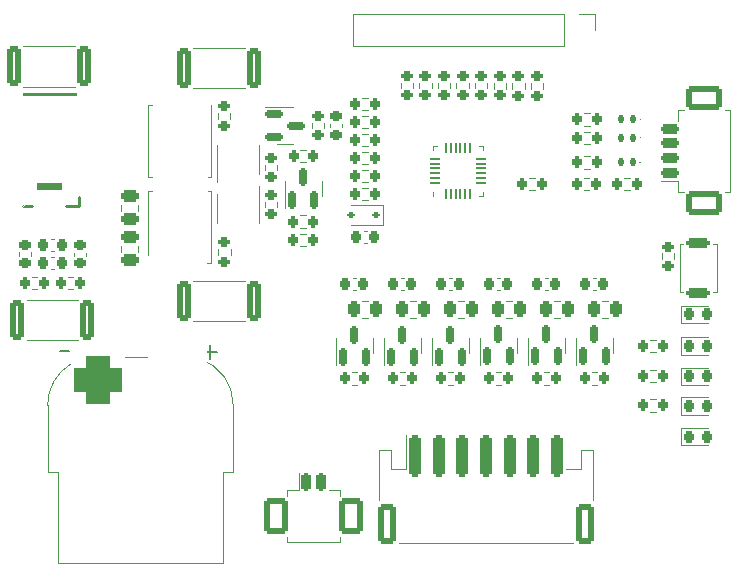
<source format=gbr>
%TF.GenerationSoftware,KiCad,Pcbnew,7.0.5*%
%TF.CreationDate,2023-06-27T23:48:29+08:00*%
%TF.ProjectId,BQ40Z80,42513430-5a38-4302-9e6b-696361645f70,rev?*%
%TF.SameCoordinates,Original*%
%TF.FileFunction,Legend,Top*%
%TF.FilePolarity,Positive*%
%FSLAX46Y46*%
G04 Gerber Fmt 4.6, Leading zero omitted, Abs format (unit mm)*
G04 Created by KiCad (PCBNEW 7.0.5) date 2023-06-27 23:48:29*
%MOMM*%
%LPD*%
G01*
G04 APERTURE LIST*
G04 Aperture macros list*
%AMRoundRect*
0 Rectangle with rounded corners*
0 $1 Rounding radius*
0 $2 $3 $4 $5 $6 $7 $8 $9 X,Y pos of 4 corners*
0 Add a 4 corners polygon primitive as box body*
4,1,4,$2,$3,$4,$5,$6,$7,$8,$9,$2,$3,0*
0 Add four circle primitives for the rounded corners*
1,1,$1+$1,$2,$3*
1,1,$1+$1,$4,$5*
1,1,$1+$1,$6,$7*
1,1,$1+$1,$8,$9*
0 Add four rect primitives between the rounded corners*
20,1,$1+$1,$2,$3,$4,$5,0*
20,1,$1+$1,$4,$5,$6,$7,0*
20,1,$1+$1,$6,$7,$8,$9,0*
20,1,$1+$1,$8,$9,$2,$3,0*%
%AMFreePoly0*
4,1,17,2.675000,1.605000,1.875000,1.605000,1.875000,0.935000,2.675000,0.935000,2.675000,0.335000,1.875000,0.335000,1.875000,-0.335000,2.675000,-0.335000,2.675000,-0.935000,1.875000,-0.935000,1.875000,-1.605000,2.675000,-1.605000,2.675000,-2.205000,-1.875000,-2.205000,-1.875000,2.205000,2.675000,2.205000,2.675000,1.605000,2.675000,1.605000,$1*%
%AMFreePoly1*
4,1,14,0.314644,0.085355,0.385355,0.014644,0.400000,-0.020711,0.400000,-0.050000,0.385355,-0.085355,0.350000,-0.100000,-0.350000,-0.100000,-0.385355,-0.085355,-0.400000,-0.050000,-0.400000,0.050000,-0.385355,0.085355,-0.350000,0.100000,0.279289,0.100000,0.314644,0.085355,0.314644,0.085355,$1*%
%AMFreePoly2*
4,1,14,0.385355,0.085355,0.400000,0.050000,0.400000,0.020711,0.385355,-0.014645,0.314644,-0.085355,0.279289,-0.100000,-0.350000,-0.100000,-0.385355,-0.085355,-0.400000,-0.050000,-0.400000,0.050000,-0.385355,0.085355,-0.350000,0.100000,0.350000,0.100000,0.385355,0.085355,0.385355,0.085355,$1*%
%AMFreePoly3*
4,1,14,0.085355,0.385355,0.100000,0.350000,0.100000,-0.350000,0.085355,-0.385355,0.050000,-0.400000,-0.050000,-0.400000,-0.085355,-0.385355,-0.100000,-0.350000,-0.100000,0.279289,-0.085355,0.314644,-0.014645,0.385355,0.020711,0.400000,0.050000,0.400000,0.085355,0.385355,0.085355,0.385355,$1*%
%AMFreePoly4*
4,1,14,0.014644,0.385355,0.085355,0.314644,0.100000,0.279289,0.100000,-0.350000,0.085355,-0.385355,0.050000,-0.400000,-0.050000,-0.400000,-0.085355,-0.385355,-0.100000,-0.350000,-0.100000,0.350000,-0.085355,0.385355,-0.050000,0.400000,-0.020711,0.400000,0.014644,0.385355,0.014644,0.385355,$1*%
%AMFreePoly5*
4,1,14,0.385355,0.085355,0.400000,0.050000,0.400000,-0.050000,0.385355,-0.085355,0.350000,-0.100000,-0.279289,-0.100000,-0.314645,-0.085355,-0.385355,-0.014644,-0.400000,0.020711,-0.400000,0.050000,-0.385355,0.085355,-0.350000,0.100000,0.350000,0.100000,0.385355,0.085355,0.385355,0.085355,$1*%
%AMFreePoly6*
4,1,14,0.385355,0.085355,0.400000,0.050000,0.400000,-0.050000,0.385355,-0.085355,0.350000,-0.100000,-0.350000,-0.100000,-0.385355,-0.085355,-0.400000,-0.050000,-0.400000,-0.020711,-0.385355,0.014644,-0.314645,0.085355,-0.279289,0.100000,0.350000,0.100000,0.385355,0.085355,0.385355,0.085355,$1*%
%AMFreePoly7*
4,1,14,0.085355,0.385355,0.100000,0.350000,0.100000,-0.279289,0.085355,-0.314645,0.014644,-0.385355,-0.020711,-0.400000,-0.050000,-0.400000,-0.085355,-0.385355,-0.100000,-0.350000,-0.100000,0.350000,-0.085355,0.385355,-0.050000,0.400000,0.050000,0.400000,0.085355,0.385355,0.085355,0.385355,$1*%
%AMFreePoly8*
4,1,14,0.085355,0.385355,0.100000,0.350000,0.100000,-0.350000,0.085355,-0.385355,0.050000,-0.400000,0.020711,-0.400000,-0.014645,-0.385355,-0.085355,-0.314644,-0.100000,-0.279289,-0.100000,0.350000,-0.085355,0.385355,-0.050000,0.400000,0.050000,0.400000,0.085355,0.385355,0.085355,0.385355,$1*%
%AMFreePoly9*
4,1,17,1.371000,0.720000,0.950000,0.720000,0.950000,0.580000,1.370000,0.580000,1.370000,0.080000,0.950000,0.080000,0.950000,-0.080000,1.370000,-0.080000,1.370000,-0.580000,0.950000,-0.580000,0.950000,-0.720000,1.370000,-0.720000,1.370000,-1.225000,-0.950000,-1.225000,-0.950000,1.225000,1.371000,1.225000,1.371000,0.720000,1.371000,0.720000,$1*%
%AMFreePoly10*
4,1,13,3.742426,0.742426,3.760000,0.700000,3.760000,-0.700000,3.742426,-0.742426,3.700000,-0.760000,-3.700000,-0.760000,-3.742426,-0.742426,-3.760000,-0.700000,-3.760000,0.700000,-3.742426,0.742426,-3.700000,0.760000,3.700000,0.760000,3.742426,0.742426,3.742426,0.742426,$1*%
%AMFreePoly11*
4,1,27,-0.306292,1.552250,-0.286916,1.546364,1.113084,0.396364,1.114550,0.393617,1.117426,0.392426,1.125176,0.373715,1.134713,0.355854,1.133808,0.352876,1.135000,0.350000,1.135000,-0.350000,1.133808,-0.352876,1.134713,-0.355854,1.125176,-0.373715,1.117426,-0.392426,1.114550,-0.393617,1.113084,-0.396364,-0.286916,-1.546364,-0.306292,-1.552250,-0.325000,-1.560000,-1.075000,-1.560000,
-1.117426,-1.542426,-1.135000,-1.500000,-1.135000,1.500000,-1.117426,1.542426,-1.075000,1.560000,-0.325000,1.560000,-0.306292,1.552250,-0.306292,1.552250,$1*%
G04 Aperture macros list end*
%ADD10C,0.150000*%
%ADD11C,0.120000*%
%ADD12C,0.100000*%
%ADD13C,0.254000*%
%ADD14C,0.000000*%
%ADD15RoundRect,0.200000X0.275000X-0.200000X0.275000X0.200000X-0.275000X0.200000X-0.275000X-0.200000X0*%
%ADD16R,6.000000X14.000000*%
%ADD17RoundRect,0.200000X0.200000X0.275000X-0.200000X0.275000X-0.200000X-0.275000X0.200000X-0.275000X0*%
%ADD18RoundRect,0.250000X-0.362500X-1.425000X0.362500X-1.425000X0.362500X1.425000X-0.362500X1.425000X0*%
%ADD19RoundRect,0.200000X-0.275000X0.200000X-0.275000X-0.200000X0.275000X-0.200000X0.275000X0.200000X0*%
%ADD20RoundRect,0.250000X-0.262500X-0.450000X0.262500X-0.450000X0.262500X0.450000X-0.262500X0.450000X0*%
%ADD21RoundRect,0.218750X-0.218750X-0.256250X0.218750X-0.256250X0.218750X0.256250X-0.218750X0.256250X0*%
%ADD22RoundRect,0.225000X-0.225000X-0.250000X0.225000X-0.250000X0.225000X0.250000X-0.225000X0.250000X0*%
%ADD23RoundRect,0.200000X0.600000X-0.200000X0.600000X0.200000X-0.600000X0.200000X-0.600000X-0.200000X0*%
%ADD24RoundRect,0.250001X1.249999X-0.799999X1.249999X0.799999X-1.249999X0.799999X-1.249999X-0.799999X0*%
%ADD25RoundRect,0.200000X-0.200000X-0.275000X0.200000X-0.275000X0.200000X0.275000X-0.200000X0.275000X0*%
%ADD26R,0.900000X2.000000*%
%ADD27RoundRect,1.025000X1.025000X1.025000X-1.025000X1.025000X-1.025000X-1.025000X1.025000X-1.025000X0*%
%ADD28C,4.100000*%
%ADD29RoundRect,0.147500X0.147500X0.172500X-0.147500X0.172500X-0.147500X-0.172500X0.147500X-0.172500X0*%
%ADD30RoundRect,0.225000X0.225000X0.250000X-0.225000X0.250000X-0.225000X-0.250000X0.225000X-0.250000X0*%
%ADD31RoundRect,0.150000X0.150000X-0.587500X0.150000X0.587500X-0.150000X0.587500X-0.150000X-0.587500X0*%
%ADD32FreePoly0,90.000000*%
%ADD33R,0.500000X0.850000*%
%ADD34FreePoly1,90.000000*%
%ADD35RoundRect,0.050000X0.050000X-0.350000X0.050000X0.350000X-0.050000X0.350000X-0.050000X-0.350000X0*%
%ADD36FreePoly2,90.000000*%
%ADD37FreePoly3,90.000000*%
%ADD38RoundRect,0.050000X0.350000X-0.050000X0.350000X0.050000X-0.350000X0.050000X-0.350000X-0.050000X0*%
%ADD39FreePoly4,90.000000*%
%ADD40FreePoly5,90.000000*%
%ADD41FreePoly6,90.000000*%
%ADD42FreePoly7,90.000000*%
%ADD43FreePoly8,90.000000*%
%ADD44R,2.650000X2.650000*%
%ADD45FreePoly0,270.000000*%
%ADD46RoundRect,0.200000X-0.800000X0.200000X-0.800000X-0.200000X0.800000X-0.200000X0.800000X0.200000X0*%
%ADD47R,0.500000X0.630000*%
%ADD48FreePoly9,90.000000*%
%ADD49RoundRect,0.200000X-0.200000X-0.600000X0.200000X-0.600000X0.200000X0.600000X-0.200000X0.600000X0*%
%ADD50RoundRect,0.250001X-0.799999X-1.249999X0.799999X-1.249999X0.799999X1.249999X-0.799999X1.249999X0*%
%ADD51R,1.700000X1.700000*%
%ADD52O,1.700000X1.700000*%
%ADD53FreePoly10,90.000000*%
%ADD54FreePoly11,90.000000*%
%ADD55RoundRect,0.112500X0.187500X0.112500X-0.187500X0.112500X-0.187500X-0.112500X0.187500X-0.112500X0*%
%ADD56RoundRect,0.225000X0.250000X-0.225000X0.250000X0.225000X-0.250000X0.225000X-0.250000X-0.225000X0*%
%ADD57RoundRect,0.250000X-0.475000X0.250000X-0.475000X-0.250000X0.475000X-0.250000X0.475000X0.250000X0*%
%ADD58FreePoly9,270.000000*%
%ADD59RoundRect,0.250000X-0.250000X-1.500000X0.250000X-1.500000X0.250000X1.500000X-0.250000X1.500000X0*%
%ADD60RoundRect,0.250001X-0.499999X-1.449999X0.499999X-1.449999X0.499999X1.449999X-0.499999X1.449999X0*%
%ADD61RoundRect,0.150000X-0.587500X-0.150000X0.587500X-0.150000X0.587500X0.150000X-0.587500X0.150000X0*%
%ADD62RoundRect,0.225000X-0.250000X0.225000X-0.250000X-0.225000X0.250000X-0.225000X0.250000X0.225000X0*%
%ADD63RoundRect,0.250000X0.362500X1.425000X-0.362500X1.425000X-0.362500X-1.425000X0.362500X-1.425000X0*%
G04 APERTURE END LIST*
D10*
%TO.C,J5*%
X124175171Y-129343900D02*
X125318029Y-129343900D01*
X124746600Y-129915328D02*
X124746600Y-128772471D01*
X112065648Y-129303066D02*
X112827553Y-129303066D01*
D11*
%TO.C,R31*%
X140879300Y-107044258D02*
X140879300Y-106569742D01*
X141924300Y-107044258D02*
X141924300Y-106569742D01*
%TO.C,R28*%
X132865858Y-118840300D02*
X132391342Y-118840300D01*
X132865858Y-117795300D02*
X132391342Y-117795300D01*
%TO.C,R24*%
X109218036Y-124934400D02*
X113572164Y-124934400D01*
X109218036Y-128354400D02*
X113572164Y-128354400D01*
%TO.C,R14*%
X134380500Y-109934742D02*
X134380500Y-110409258D01*
X133335500Y-109934742D02*
X133335500Y-110409258D01*
%TO.C,R13*%
X108947936Y-103471400D02*
X113302064Y-103471400D01*
X108947936Y-106891400D02*
X113302064Y-106891400D01*
%TO.C,R2*%
X141710036Y-125016600D02*
X142164164Y-125016600D01*
X141710036Y-126486600D02*
X142164164Y-126486600D01*
%TO.C,D9*%
X164580300Y-135789200D02*
X164580300Y-137259200D01*
X164580300Y-137259200D02*
X166865300Y-137259200D01*
X166865300Y-135789200D02*
X164580300Y-135789200D01*
%TO.C,C12*%
X111263820Y-119809800D02*
X111544980Y-119809800D01*
X111263820Y-120829800D02*
X111544980Y-120829800D01*
%TO.C,J2*%
X164380600Y-115803800D02*
X164380600Y-114853800D01*
X164830600Y-115803800D02*
X164380600Y-115803800D01*
X168350600Y-115803800D02*
X168800600Y-115803800D01*
X168800600Y-115803800D02*
X168800600Y-108833800D01*
X164380600Y-114853800D02*
X162890600Y-114853800D01*
X164380600Y-108833800D02*
X164380600Y-109783800D01*
X164830600Y-108833800D02*
X164380600Y-108833800D01*
X168800600Y-108833800D02*
X168350600Y-108833800D01*
%TO.C,TH1*%
X151781742Y-114641100D02*
X152256258Y-114641100D01*
X151781742Y-115686100D02*
X152256258Y-115686100D01*
%TO.C,C4*%
X149012020Y-123057200D02*
X149293180Y-123057200D01*
X149012020Y-124077200D02*
X149293180Y-124077200D01*
%TO.C,R21*%
X137633942Y-109383300D02*
X138108458Y-109383300D01*
X137633942Y-110428300D02*
X138108458Y-110428300D01*
%TO.C,R46*%
X164022300Y-121022342D02*
X164022300Y-121496858D01*
X162977300Y-121022342D02*
X162977300Y-121496858D01*
%TO.C,J5*%
X126706600Y-139489200D02*
X126706600Y-133879200D01*
X126706600Y-139489200D02*
X125856600Y-139489200D01*
X125856600Y-147189200D02*
X125856600Y-139489200D01*
X125856600Y-147189200D02*
X111836600Y-147189200D01*
X121296600Y-129769200D02*
X117556600Y-129769200D01*
X111836600Y-147189200D02*
X111836600Y-139489200D01*
X111836600Y-139489200D02*
X110986600Y-139489200D01*
X110986600Y-139489200D02*
X110986600Y-133879200D01*
X126706599Y-133879200D02*
G75*
G03*
X123836500Y-129920482I-4109997J40002D01*
G01*
X112979794Y-130356242D02*
G75*
G03*
X110986600Y-133879200I2116806J-3522958D01*
G01*
D12*
%TO.C,D3*%
X161185400Y-111226600D02*
G75*
G03*
X161185400Y-111226600I-50000J0D01*
G01*
D11*
%TO.C,R16*%
X126455700Y-109160542D02*
X126455700Y-109635058D01*
X125410700Y-109160542D02*
X125410700Y-109635058D01*
%TO.C,R23*%
X130418100Y-116625742D02*
X130418100Y-117100258D01*
X129373100Y-116625742D02*
X129373100Y-117100258D01*
%TO.C,C6*%
X157140020Y-123057200D02*
X157421180Y-123057200D01*
X157140020Y-124077200D02*
X157421180Y-124077200D01*
%TO.C,C3*%
X144948020Y-123057200D02*
X145229180Y-123057200D01*
X144948020Y-124077200D02*
X145229180Y-124077200D01*
%TO.C,R1*%
X137647936Y-125016600D02*
X138102064Y-125016600D01*
X137647936Y-126486600D02*
X138102064Y-126486600D01*
D12*
%TO.C,D2*%
X161185400Y-113284000D02*
G75*
G03*
X161185400Y-113284000I-50000J0D01*
G01*
D11*
%TO.C,C13*%
X111263820Y-121333800D02*
X111544980Y-121333800D01*
X111263820Y-122353800D02*
X111544980Y-122353800D01*
%TO.C,C8*%
X138024780Y-120118600D02*
X137743620Y-120118600D01*
X138024780Y-119098600D02*
X137743620Y-119098600D01*
%TO.C,Q11*%
X131068600Y-115521500D02*
X131068600Y-117196500D01*
X131068600Y-115521500D02*
X131068600Y-114871500D01*
X134188600Y-115521500D02*
X134188600Y-116171500D01*
X134188600Y-115521500D02*
X134188600Y-114871500D01*
D12*
%TO.C,D4*%
X161185400Y-109651800D02*
G75*
G03*
X161185400Y-109651800I-50000J0D01*
G01*
D11*
%TO.C,R42*%
X156404542Y-109154700D02*
X156879058Y-109154700D01*
X156404542Y-110199700D02*
X156879058Y-110199700D01*
%TO.C,Q2*%
X139464600Y-128825000D02*
X139464600Y-130500000D01*
X139464600Y-128825000D02*
X139464600Y-128175000D01*
X142584600Y-128825000D02*
X142584600Y-129475000D01*
X142584600Y-128825000D02*
X142584600Y-128175000D01*
%TO.C,R5*%
X153903936Y-125016600D02*
X154358064Y-125016600D01*
X153903936Y-126486600D02*
X154358064Y-126486600D01*
%TO.C,Q12*%
X124509000Y-121839800D02*
X124859000Y-121839800D01*
X119489000Y-115719800D02*
X119489000Y-121839800D01*
X119789000Y-115719800D02*
X119489000Y-115719800D01*
X124559000Y-115719800D02*
X124859000Y-115719800D01*
X124859000Y-115719800D02*
X124859000Y-121839800D01*
%TO.C,Q4*%
X147592600Y-128799600D02*
X147592600Y-130474600D01*
X147592600Y-128799600D02*
X147592600Y-128149600D01*
X150712600Y-128799600D02*
X150712600Y-129449600D01*
X150712600Y-128799600D02*
X150712600Y-128149600D01*
%TO.C,U1*%
X147854800Y-116130200D02*
X147504800Y-116130200D01*
X143634800Y-115780200D02*
X143634800Y-116130200D01*
X147854800Y-115780200D02*
X147854800Y-116130200D01*
X143634800Y-112260200D02*
X143634800Y-111910200D01*
X147854800Y-112260200D02*
X147854800Y-111910200D01*
X143634800Y-111910200D02*
X143984800Y-111910200D01*
X147854800Y-111910200D02*
X147504800Y-111910200D01*
%TO.C,R47*%
X132865858Y-120415100D02*
X132391342Y-120415100D01*
X132865858Y-119370100D02*
X132391342Y-119370100D01*
%TO.C,R26*%
X112677942Y-122997700D02*
X113152458Y-122997700D01*
X112677942Y-124042700D02*
X113152458Y-124042700D01*
%TO.C,Q8*%
X119839000Y-108446000D02*
X119489000Y-108446000D01*
X124859000Y-114566000D02*
X124859000Y-108446000D01*
X124559000Y-114566000D02*
X124859000Y-114566000D01*
X119789000Y-114566000D02*
X119489000Y-114566000D01*
X119489000Y-114566000D02*
X119489000Y-108446000D01*
%TO.C,D8*%
X164580300Y-133199200D02*
X164580300Y-134669200D01*
X164580300Y-134669200D02*
X166865300Y-134669200D01*
X166865300Y-133199200D02*
X164580300Y-133199200D01*
%TO.C,Q1*%
X135400600Y-128825000D02*
X135400600Y-130500000D01*
X135400600Y-128825000D02*
X135400600Y-128175000D01*
X138520600Y-128825000D02*
X138520600Y-129475000D01*
X138520600Y-128825000D02*
X138520600Y-128175000D01*
%TO.C,R15*%
X137633942Y-107859300D02*
X138108458Y-107859300D01*
X137633942Y-108904300D02*
X138108458Y-108904300D01*
%TO.C,SW1*%
X167660600Y-120180200D02*
X167660600Y-124320200D01*
X167360600Y-120180200D02*
X167660600Y-120180200D01*
X164520600Y-120180200D02*
X164820600Y-120180200D01*
X167660600Y-124320200D02*
X167360600Y-124320200D01*
X164820600Y-124320200D02*
X164520600Y-124320200D01*
X164520600Y-124320200D02*
X164520600Y-120180200D01*
%TO.C,R30*%
X125436100Y-121141258D02*
X125436100Y-120666742D01*
X126481100Y-121141258D02*
X126481100Y-120666742D01*
%TO.C,R38*%
X159808142Y-114641100D02*
X160282658Y-114641100D01*
X159808142Y-115686100D02*
X160282658Y-115686100D01*
%TO.C,Q9*%
X125302000Y-114967000D02*
X125302000Y-111837000D01*
X128902000Y-114297000D02*
X128902000Y-111837000D01*
%TO.C,J1*%
X131292800Y-141063400D02*
X132242800Y-141063400D01*
X131292800Y-141513400D02*
X131292800Y-141063400D01*
X131292800Y-145033400D02*
X131292800Y-145483400D01*
X131292800Y-145483400D02*
X135762800Y-145483400D01*
X132242800Y-141063400D02*
X132242800Y-139573400D01*
X135762800Y-141063400D02*
X134812800Y-141063400D01*
X135762800Y-141513400D02*
X135762800Y-141063400D01*
X135762800Y-145483400D02*
X135762800Y-145033400D01*
%TO.C,C5*%
X153076020Y-123057200D02*
X153357180Y-123057200D01*
X153076020Y-124077200D02*
X153357180Y-124077200D01*
%TO.C,R41*%
X156404542Y-110729500D02*
X156879058Y-110729500D01*
X156404542Y-111774500D02*
X156879058Y-111774500D01*
%TO.C,R40*%
X151902900Y-107070658D02*
X151902900Y-106596142D01*
X152947900Y-107070658D02*
X152947900Y-106596142D01*
%TO.C,R10*%
X149389858Y-132116100D02*
X148915342Y-132116100D01*
X149389858Y-131071100D02*
X148915342Y-131071100D01*
%TO.C,R8*%
X141261858Y-132116100D02*
X140787342Y-132116100D01*
X141261858Y-131071100D02*
X140787342Y-131071100D01*
%TO.C,R49*%
X137633942Y-110907300D02*
X138108458Y-110907300D01*
X137633942Y-111952300D02*
X138108458Y-111952300D01*
%TO.C,D7*%
X164580200Y-130684600D02*
X164580200Y-132154600D01*
X164580200Y-132154600D02*
X166865200Y-132154600D01*
X166865200Y-130684600D02*
X164580200Y-130684600D01*
%TO.C,R25*%
X132876058Y-113273100D02*
X132401542Y-113273100D01*
X132876058Y-112228100D02*
X132401542Y-112228100D01*
%TO.C,J4*%
X157311400Y-100778000D02*
X157311400Y-102108000D01*
X155981400Y-100778000D02*
X157311400Y-100778000D01*
X154711400Y-100778000D02*
X136871400Y-100778000D01*
X154711400Y-100778000D02*
X154711400Y-103438000D01*
X136871400Y-100778000D02*
X136871400Y-103438000D01*
X154711400Y-103438000D02*
X136871400Y-103438000D01*
D13*
%TO.C,F1*%
X108632400Y-117019400D02*
X108632400Y-116200400D01*
X109703400Y-117019400D02*
X108632400Y-117019400D01*
X113632400Y-117019400D02*
X112561400Y-117019400D01*
X113632400Y-116200400D02*
X113632400Y-117019400D01*
X108632400Y-108337400D02*
X108632400Y-107519400D01*
X108632400Y-107519400D02*
X113632400Y-107519400D01*
X113632400Y-107519400D02*
X113632400Y-108337400D01*
D11*
X112132400Y-115169400D02*
X112132400Y-115569400D01*
X110132400Y-115569400D01*
X110132400Y-115069400D01*
X112132400Y-115069400D01*
X112132400Y-115169400D01*
G36*
X112132400Y-115169400D02*
G01*
X112132400Y-115569400D01*
X110132400Y-115569400D01*
X110132400Y-115069400D01*
X112132400Y-115069400D01*
X112132400Y-115169400D01*
G37*
%TO.C,R36*%
X147178500Y-107032058D02*
X147178500Y-106557542D01*
X148223500Y-107032058D02*
X148223500Y-106557542D01*
%TO.C,D1*%
X139371000Y-118629800D02*
X139371000Y-116929800D01*
X139371000Y-118629800D02*
X136711000Y-118629800D01*
X139371000Y-116929800D02*
X136711000Y-116929800D01*
%TO.C,R33*%
X144028900Y-107044258D02*
X144028900Y-106569742D01*
X145073900Y-107044258D02*
X145073900Y-106569742D01*
%TO.C,R45*%
X162031142Y-133356300D02*
X162505658Y-133356300D01*
X162031142Y-134401300D02*
X162505658Y-134401300D01*
%TO.C,C2*%
X140884020Y-123057200D02*
X141165180Y-123057200D01*
X140884020Y-124077200D02*
X141165180Y-124077200D01*
%TO.C,R11*%
X153453858Y-132116100D02*
X152979342Y-132116100D01*
X153453858Y-131071100D02*
X152979342Y-131071100D01*
%TO.C,C10*%
X108531200Y-121196980D02*
X108531200Y-120915820D01*
X109551200Y-121196980D02*
X109551200Y-120915820D01*
%TO.C,R39*%
X148753300Y-107057458D02*
X148753300Y-106582942D01*
X149798300Y-107057458D02*
X149798300Y-106582942D01*
%TO.C,C1*%
X136820020Y-123057200D02*
X137101180Y-123057200D01*
X136820020Y-124077200D02*
X137101180Y-124077200D01*
%TO.C,R35*%
X156404542Y-112786900D02*
X156879058Y-112786900D01*
X156404542Y-113831900D02*
X156879058Y-113831900D01*
%TO.C,D5*%
X164580300Y-125429200D02*
X164580300Y-126899200D01*
X164580300Y-126899200D02*
X166865300Y-126899200D01*
X166865300Y-125429200D02*
X164580300Y-125429200D01*
%TO.C,R12*%
X157517858Y-132116100D02*
X157043342Y-132116100D01*
X157517858Y-131071100D02*
X157043342Y-131071100D01*
%TO.C,D6*%
X164580200Y-128120800D02*
X164580200Y-129590800D01*
X164580200Y-129590800D02*
X166865200Y-129590800D01*
X166865200Y-128120800D02*
X164580200Y-128120800D01*
%TO.C,R7*%
X137197858Y-132116100D02*
X136723342Y-132116100D01*
X137197858Y-131071100D02*
X136723342Y-131071100D01*
%TO.C,C14*%
X113230200Y-121222380D02*
X113230200Y-120941220D01*
X114250200Y-121222380D02*
X114250200Y-120941220D01*
%TO.C,R22*%
X110130858Y-124042700D02*
X109656342Y-124042700D01*
X110130858Y-122997700D02*
X109656342Y-122997700D01*
%TO.C,Q6*%
X155720600Y-128799600D02*
X155720600Y-130474600D01*
X155720600Y-128799600D02*
X155720600Y-128149600D01*
X158840600Y-128799600D02*
X158840600Y-129449600D01*
X158840600Y-128799600D02*
X158840600Y-128149600D01*
%TO.C,R17*%
X123324336Y-103623800D02*
X127678464Y-103623800D01*
X123324336Y-107043800D02*
X127678464Y-107043800D01*
%TO.C,R37*%
X145603700Y-107044258D02*
X145603700Y-106569742D01*
X146648700Y-107044258D02*
X146648700Y-106569742D01*
%TO.C,R19*%
X137646942Y-113955300D02*
X138121458Y-113955300D01*
X137646942Y-115000300D02*
X138121458Y-115000300D01*
%TO.C,R18*%
X137646942Y-115479300D02*
X138121458Y-115479300D01*
X137646942Y-116524300D02*
X138121458Y-116524300D01*
%TO.C,R48*%
X156391342Y-114641100D02*
X156865858Y-114641100D01*
X156391342Y-115686100D02*
X156865858Y-115686100D01*
%TO.C,R34*%
X150328100Y-107070658D02*
X150328100Y-106596142D01*
X151373100Y-107070658D02*
X151373100Y-106596142D01*
%TO.C,R3*%
X145775936Y-125016600D02*
X146230064Y-125016600D01*
X145775936Y-126486600D02*
X146230064Y-126486600D01*
%TO.C,R27*%
X137633942Y-112431300D02*
X138108458Y-112431300D01*
X137633942Y-113476300D02*
X138108458Y-113476300D01*
%TO.C,Q5*%
X151656600Y-128799600D02*
X151656600Y-130474600D01*
X151656600Y-128799600D02*
X151656600Y-128149600D01*
X154776600Y-128799600D02*
X154776600Y-129449600D01*
X154776600Y-128799600D02*
X154776600Y-128149600D01*
%TO.C,R9*%
X145325858Y-132116100D02*
X144851342Y-132116100D01*
X145325858Y-131071100D02*
X144851342Y-131071100D01*
%TO.C,C11*%
X118667200Y-120348148D02*
X118667200Y-120870652D01*
X117197200Y-120348148D02*
X117197200Y-120870652D01*
%TO.C,Q10*%
X128906400Y-115313200D02*
X128906400Y-118443200D01*
X125306400Y-115983200D02*
X125306400Y-118443200D01*
%TO.C,C9*%
X118667200Y-116883548D02*
X118667200Y-117406052D01*
X117197200Y-116883548D02*
X117197200Y-117406052D01*
%TO.C,J3*%
X139047400Y-137685400D02*
X140067400Y-137685400D01*
X139047400Y-141935400D02*
X139047400Y-137685400D01*
X140067400Y-137685400D02*
X140067400Y-139285400D01*
X140067400Y-139285400D02*
X141347400Y-139285400D01*
X140767400Y-145505400D02*
X155447400Y-145505400D01*
X141347400Y-139285400D02*
X141347400Y-136395400D01*
X156147400Y-137685400D02*
X156147400Y-139285400D01*
X156147400Y-139285400D02*
X154867400Y-139285400D01*
X157167400Y-137685400D02*
X156147400Y-137685400D01*
X157167400Y-141935400D02*
X157167400Y-137685400D01*
%TO.C,Q3*%
X143528600Y-128825000D02*
X143528600Y-130500000D01*
X143528600Y-128825000D02*
X143528600Y-128175000D01*
X146648600Y-128825000D02*
X146648600Y-129475000D01*
X146648600Y-128825000D02*
X146648600Y-128175000D01*
%TO.C,Q7*%
X131087100Y-108627200D02*
X129412100Y-108627200D01*
X131087100Y-108627200D02*
X131737100Y-108627200D01*
X131087100Y-111747200D02*
X130437100Y-111747200D01*
X131087100Y-111747200D02*
X131737100Y-111747200D01*
%TO.C,R20*%
X130418100Y-113502542D02*
X130418100Y-113977058D01*
X129373100Y-113502542D02*
X129373100Y-113977058D01*
%TO.C,R43*%
X162031142Y-128336300D02*
X162505658Y-128336300D01*
X162031142Y-129381300D02*
X162505658Y-129381300D01*
%TO.C,R6*%
X157967936Y-125016600D02*
X158422064Y-125016600D01*
X157967936Y-126486600D02*
X158422064Y-126486600D01*
%TO.C,R4*%
X149839936Y-125016600D02*
X150294064Y-125016600D01*
X149839936Y-126486600D02*
X150294064Y-126486600D01*
%TO.C,R44*%
X162031142Y-130846300D02*
X162505658Y-130846300D01*
X162031142Y-131891300D02*
X162505658Y-131891300D01*
%TO.C,R32*%
X142454100Y-107044258D02*
X142454100Y-106569742D01*
X143499100Y-107044258D02*
X143499100Y-106569742D01*
%TO.C,C7*%
X135945100Y-110041620D02*
X135945100Y-110322780D01*
X134925100Y-110041620D02*
X134925100Y-110322780D01*
%TO.C,R29*%
X127678464Y-126754200D02*
X123324336Y-126754200D01*
X127678464Y-123334200D02*
X123324336Y-123334200D01*
%TD*%
%LPC*%
D14*
G36*
X117297200Y-125069600D02*
G01*
X117297200Y-130683000D01*
X113207800Y-130683000D01*
X113207800Y-129108200D01*
X113741200Y-128574800D01*
X113741200Y-124968000D01*
X117195600Y-124968000D01*
X117297200Y-125069600D01*
G37*
G36*
X123178683Y-103823883D02*
G01*
X123181843Y-107000839D01*
X124510800Y-108067140D01*
X124510800Y-108991400D01*
X121107200Y-108991400D01*
X121107200Y-107899200D01*
X120929400Y-107721400D01*
X119583200Y-107721400D01*
X118948200Y-108356400D01*
X118948200Y-114884200D01*
X115265200Y-114884200D01*
X114122200Y-116027200D01*
X112420400Y-116027200D01*
X112420400Y-108483400D01*
X113487200Y-108483400D01*
X113487200Y-103530400D01*
X114477800Y-102539800D01*
X121894600Y-102539800D01*
X123178683Y-103823883D01*
G37*
G36*
X123164600Y-126771400D02*
G01*
X124485400Y-128092200D01*
X124485400Y-131699000D01*
X120396000Y-131699000D01*
X119456200Y-130759200D01*
X119456200Y-121259600D01*
X123164600Y-121259600D01*
X123164600Y-126771400D01*
G37*
G36*
X124383800Y-116306600D02*
G01*
X119964200Y-116306600D01*
X119964200Y-113995200D01*
X124383800Y-113995200D01*
X124383800Y-116306600D01*
G37*
G36*
X109042200Y-129971800D02*
G01*
X106451400Y-132562600D01*
X104825800Y-129971800D01*
X104698800Y-127609600D01*
X107340400Y-124968000D01*
X109042200Y-124968000D01*
X109042200Y-129971800D01*
G37*
D12*
X108788200Y-108508800D02*
X109829600Y-108508800D01*
X109855000Y-108534200D01*
X109855000Y-116001800D01*
X108788200Y-117068600D01*
X105003600Y-117068600D01*
X105003600Y-104470200D01*
X105968800Y-103505000D01*
X108788200Y-103505000D01*
X108788200Y-108508800D01*
G36*
X108788200Y-108508800D02*
G01*
X109829600Y-108508800D01*
X109855000Y-108534200D01*
X109855000Y-116001800D01*
X108788200Y-117068600D01*
X105003600Y-117068600D01*
X105003600Y-104470200D01*
X105968800Y-103505000D01*
X108788200Y-103505000D01*
X108788200Y-108508800D01*
G37*
D15*
%TO.C,R31*%
X141401800Y-107632000D03*
X141401800Y-105982000D03*
%TD*%
D16*
%TO.C,TP11*%
X103500000Y-134500000D03*
%TD*%
D17*
%TO.C,R28*%
X133453600Y-118317800D03*
X131803600Y-118317800D03*
%TD*%
D18*
%TO.C,R24*%
X108432600Y-126644400D03*
X114357600Y-126644400D03*
%TD*%
D19*
%TO.C,R14*%
X133858000Y-109347000D03*
X133858000Y-110997000D03*
%TD*%
D18*
%TO.C,R13*%
X108162500Y-105181400D03*
X114087500Y-105181400D03*
%TD*%
D20*
%TO.C,R2*%
X141024600Y-125751600D03*
X142849600Y-125751600D03*
%TD*%
D21*
%TO.C,D9*%
X165277800Y-136524200D03*
X166852800Y-136524200D03*
%TD*%
D22*
%TO.C,C12*%
X110629400Y-120319800D03*
X112179400Y-120319800D03*
%TD*%
D23*
%TO.C,J2*%
X163690600Y-114193800D03*
X163690600Y-112943800D03*
X163690600Y-111693800D03*
X163690600Y-110443800D03*
D24*
X166590600Y-116743800D03*
X166590600Y-107893800D03*
%TD*%
D25*
%TO.C,TH1*%
X151194000Y-115163600D03*
X152844000Y-115163600D03*
%TD*%
D22*
%TO.C,C4*%
X148377600Y-123567200D03*
X149927600Y-123567200D03*
%TD*%
D25*
%TO.C,R21*%
X137046200Y-109905800D03*
X138696200Y-109905800D03*
%TD*%
D19*
%TO.C,R46*%
X163499800Y-120434600D03*
X163499800Y-122084600D03*
%TD*%
D26*
%TO.C,J5*%
X125596600Y-137729200D03*
X112096600Y-137729200D03*
D27*
X115246600Y-131729200D03*
D28*
X122446600Y-131729200D03*
%TD*%
D29*
%TO.C,D3*%
X160530400Y-111226600D03*
X159560400Y-111226600D03*
%TD*%
D19*
%TO.C,R16*%
X125933200Y-108572800D03*
X125933200Y-110222800D03*
%TD*%
%TO.C,R23*%
X129895600Y-116038000D03*
X129895600Y-117688000D03*
%TD*%
D22*
%TO.C,C6*%
X156505600Y-123567200D03*
X158055600Y-123567200D03*
%TD*%
%TO.C,C3*%
X144313600Y-123567200D03*
X145863600Y-123567200D03*
%TD*%
D20*
%TO.C,R1*%
X136962500Y-125751600D03*
X138787500Y-125751600D03*
%TD*%
D29*
%TO.C,D2*%
X160530400Y-113284000D03*
X159560400Y-113284000D03*
%TD*%
D22*
%TO.C,C13*%
X110629400Y-121843800D03*
X112179400Y-121843800D03*
%TD*%
D30*
%TO.C,C8*%
X138659200Y-119608600D03*
X137109200Y-119608600D03*
%TD*%
D31*
%TO.C,Q11*%
X131678600Y-116459000D03*
X133578600Y-116459000D03*
X132628600Y-114584000D03*
%TD*%
D29*
%TO.C,D4*%
X160530400Y-109651800D03*
X159560400Y-109651800D03*
%TD*%
D25*
%TO.C,R42*%
X155816800Y-109677200D03*
X157466800Y-109677200D03*
%TD*%
D31*
%TO.C,Q2*%
X140074600Y-129762500D03*
X141974600Y-129762500D03*
X141024600Y-127887500D03*
%TD*%
D20*
%TO.C,R5*%
X153218500Y-125751600D03*
X155043500Y-125751600D03*
%TD*%
D32*
%TO.C,Q12*%
X122174000Y-118129800D03*
D33*
X120269000Y-121679800D03*
X121539000Y-121679800D03*
X122809000Y-121679800D03*
X124079000Y-121679800D03*
%TD*%
D31*
%TO.C,Q4*%
X148202600Y-129737100D03*
X150102600Y-129737100D03*
X149152600Y-127862100D03*
%TD*%
D34*
%TO.C,U1*%
X144344800Y-115970200D03*
D35*
X144744800Y-115970200D03*
X145144800Y-115970200D03*
X145544800Y-115970200D03*
X145944800Y-115970200D03*
X146344800Y-115970200D03*
X146744800Y-115970200D03*
D36*
X147144800Y-115970200D03*
D37*
X147694800Y-115420200D03*
D38*
X147694800Y-115020200D03*
X147694800Y-114620200D03*
X147694800Y-114220200D03*
X147694800Y-113820200D03*
X147694800Y-113420200D03*
X147694800Y-113020200D03*
D39*
X147694800Y-112620200D03*
D40*
X147144800Y-112070200D03*
D35*
X146744800Y-112070200D03*
X146344800Y-112070200D03*
X145944800Y-112070200D03*
X145544800Y-112070200D03*
X145144800Y-112070200D03*
X144744800Y-112070200D03*
D41*
X144344800Y-112070200D03*
D42*
X143794800Y-112620200D03*
D38*
X143794800Y-113020200D03*
X143794800Y-113420200D03*
X143794800Y-113820200D03*
X143794800Y-114220200D03*
X143794800Y-114620200D03*
X143794800Y-115020200D03*
D43*
X143794800Y-115420200D03*
D44*
X145744800Y-114020200D03*
%TD*%
D17*
%TO.C,R47*%
X133453600Y-119892600D03*
X131803600Y-119892600D03*
%TD*%
D25*
%TO.C,R26*%
X112090200Y-123520200D03*
X113740200Y-123520200D03*
%TD*%
D45*
%TO.C,Q8*%
X122174000Y-112156000D03*
D33*
X124079000Y-108606000D03*
X122809000Y-108606000D03*
X121539000Y-108606000D03*
X120269000Y-108606000D03*
%TD*%
D21*
%TO.C,D8*%
X165277800Y-133934200D03*
X166852800Y-133934200D03*
%TD*%
D31*
%TO.C,Q1*%
X136010600Y-129762500D03*
X137910600Y-129762500D03*
X136960600Y-127887500D03*
%TD*%
D25*
%TO.C,R15*%
X137046200Y-108381800D03*
X138696200Y-108381800D03*
%TD*%
D46*
%TO.C,SW1*%
X166090600Y-120150200D03*
X166090600Y-124350200D03*
%TD*%
D15*
%TO.C,R30*%
X125958600Y-121729000D03*
X125958600Y-120079000D03*
%TD*%
D25*
%TO.C,R38*%
X159220400Y-115163600D03*
X160870400Y-115163600D03*
%TD*%
D47*
%TO.C,Q9*%
X126132000Y-114507000D03*
X126772000Y-114507000D03*
X127432000Y-114507000D03*
X128072000Y-114507000D03*
D48*
X127102000Y-112682000D03*
%TD*%
D49*
%TO.C,J1*%
X132902800Y-140373400D03*
X134152800Y-140373400D03*
D50*
X130352800Y-143273400D03*
X136702800Y-143273400D03*
%TD*%
D22*
%TO.C,C5*%
X152441600Y-123567200D03*
X153991600Y-123567200D03*
%TD*%
D25*
%TO.C,R41*%
X155816800Y-111252000D03*
X157466800Y-111252000D03*
%TD*%
D15*
%TO.C,R40*%
X152425400Y-107658400D03*
X152425400Y-106008400D03*
%TD*%
D17*
%TO.C,R10*%
X149977600Y-131593600D03*
X148327600Y-131593600D03*
%TD*%
D16*
%TO.C,TP1*%
X103500000Y-111500000D03*
%TD*%
D17*
%TO.C,R8*%
X141849600Y-131593600D03*
X140199600Y-131593600D03*
%TD*%
D25*
%TO.C,R49*%
X137046200Y-111429800D03*
X138696200Y-111429800D03*
%TD*%
D21*
%TO.C,D7*%
X165277700Y-131419600D03*
X166852700Y-131419600D03*
%TD*%
D17*
%TO.C,R25*%
X133463800Y-112750600D03*
X131813800Y-112750600D03*
%TD*%
D51*
%TO.C,J4*%
X155981400Y-102108000D03*
D52*
X153441400Y-102108000D03*
X150901400Y-102108000D03*
X148361400Y-102108000D03*
X145821400Y-102108000D03*
X143281400Y-102108000D03*
X140741400Y-102108000D03*
X138201400Y-102108000D03*
%TD*%
D53*
%TO.C,F1*%
X109082400Y-112268400D03*
D54*
X111132400Y-117144400D03*
D53*
X113182400Y-112268400D03*
%TD*%
D15*
%TO.C,R36*%
X147701000Y-107619800D03*
X147701000Y-105969800D03*
%TD*%
D55*
%TO.C,D1*%
X138811000Y-117779800D03*
X136711000Y-117779800D03*
%TD*%
D15*
%TO.C,R33*%
X144551400Y-107632000D03*
X144551400Y-105982000D03*
%TD*%
D25*
%TO.C,R45*%
X161443400Y-133878800D03*
X163093400Y-133878800D03*
%TD*%
D22*
%TO.C,C2*%
X140249600Y-123567200D03*
X141799600Y-123567200D03*
%TD*%
D17*
%TO.C,R11*%
X154041600Y-131593600D03*
X152391600Y-131593600D03*
%TD*%
D56*
%TO.C,C10*%
X109041200Y-121831400D03*
X109041200Y-120281400D03*
%TD*%
D15*
%TO.C,R39*%
X149275800Y-107645200D03*
X149275800Y-105995200D03*
%TD*%
D22*
%TO.C,C1*%
X136185600Y-123567200D03*
X137735600Y-123567200D03*
%TD*%
D25*
%TO.C,R35*%
X155816800Y-113309400D03*
X157466800Y-113309400D03*
%TD*%
D21*
%TO.C,D5*%
X165277800Y-126164200D03*
X166852800Y-126164200D03*
%TD*%
D17*
%TO.C,R12*%
X158105600Y-131593600D03*
X156455600Y-131593600D03*
%TD*%
D21*
%TO.C,D6*%
X165277700Y-128855800D03*
X166852700Y-128855800D03*
%TD*%
D17*
%TO.C,R7*%
X137785600Y-131593600D03*
X136135600Y-131593600D03*
%TD*%
D56*
%TO.C,C14*%
X113740200Y-121856800D03*
X113740200Y-120306800D03*
%TD*%
D17*
%TO.C,R22*%
X110718600Y-123520200D03*
X109068600Y-123520200D03*
%TD*%
D31*
%TO.C,Q6*%
X156330600Y-129737100D03*
X158230600Y-129737100D03*
X157280600Y-127862100D03*
%TD*%
D18*
%TO.C,R17*%
X122538900Y-105333800D03*
X128463900Y-105333800D03*
%TD*%
D15*
%TO.C,R37*%
X146126200Y-107632000D03*
X146126200Y-105982000D03*
%TD*%
D25*
%TO.C,R19*%
X137059200Y-114477800D03*
X138709200Y-114477800D03*
%TD*%
%TO.C,R18*%
X137059200Y-116001800D03*
X138709200Y-116001800D03*
%TD*%
%TO.C,R48*%
X155803600Y-115163600D03*
X157453600Y-115163600D03*
%TD*%
D15*
%TO.C,R34*%
X150850600Y-107658400D03*
X150850600Y-106008400D03*
%TD*%
D20*
%TO.C,R3*%
X145090500Y-125751600D03*
X146915500Y-125751600D03*
%TD*%
D25*
%TO.C,R27*%
X137046200Y-112953800D03*
X138696200Y-112953800D03*
%TD*%
D31*
%TO.C,Q5*%
X152266600Y-129737100D03*
X154166600Y-129737100D03*
X153216600Y-127862100D03*
%TD*%
D17*
%TO.C,R9*%
X145913600Y-131593600D03*
X144263600Y-131593600D03*
%TD*%
D57*
%TO.C,C11*%
X117932200Y-119659400D03*
X117932200Y-121559400D03*
%TD*%
D47*
%TO.C,Q10*%
X128076400Y-115773200D03*
X127436400Y-115773200D03*
X126776400Y-115773200D03*
X126136400Y-115773200D03*
D58*
X127106400Y-117598200D03*
%TD*%
D57*
%TO.C,C9*%
X117932200Y-116194800D03*
X117932200Y-118094800D03*
%TD*%
D59*
%TO.C,J3*%
X142107400Y-138145400D03*
X144107400Y-138145400D03*
X146107400Y-138145400D03*
X148107400Y-138145400D03*
X150107400Y-138145400D03*
X152107400Y-138145400D03*
X154107400Y-138145400D03*
D60*
X139757400Y-143895400D03*
X156457400Y-143895400D03*
%TD*%
D31*
%TO.C,Q3*%
X144138600Y-129762500D03*
X146038600Y-129762500D03*
X145088600Y-127887500D03*
%TD*%
D61*
%TO.C,Q7*%
X130149600Y-109237200D03*
X130149600Y-111137200D03*
X132024600Y-110187200D03*
%TD*%
D19*
%TO.C,R20*%
X129895600Y-112914800D03*
X129895600Y-114564800D03*
%TD*%
D25*
%TO.C,R43*%
X161443400Y-128858800D03*
X163093400Y-128858800D03*
%TD*%
D20*
%TO.C,R6*%
X157282500Y-125751600D03*
X159107500Y-125751600D03*
%TD*%
%TO.C,R4*%
X149154500Y-125751600D03*
X150979500Y-125751600D03*
%TD*%
D25*
%TO.C,R44*%
X161443400Y-131368800D03*
X163093400Y-131368800D03*
%TD*%
D15*
%TO.C,R32*%
X142976600Y-107632000D03*
X142976600Y-105982000D03*
%TD*%
D62*
%TO.C,C7*%
X135435100Y-109407200D03*
X135435100Y-110957200D03*
%TD*%
D63*
%TO.C,R29*%
X128463900Y-125044200D03*
X122538900Y-125044200D03*
%TD*%
%LPD*%
M02*

</source>
